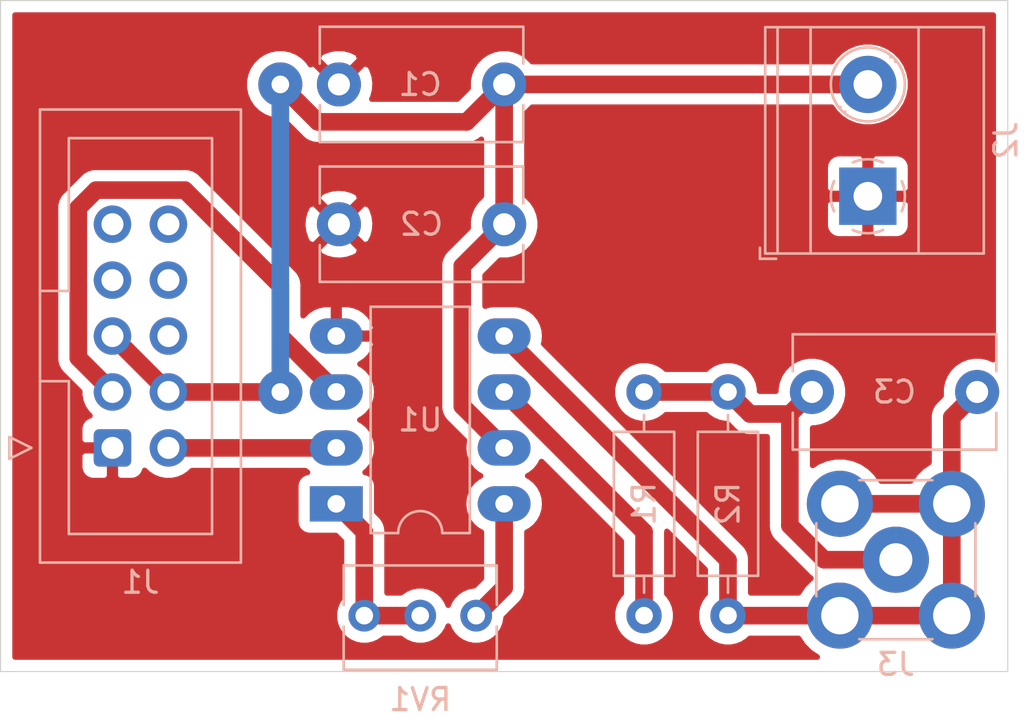
<source format=kicad_pcb>
(kicad_pcb (version 20171130) (host pcbnew "(5.1.9)-1")

  (general
    (thickness 1.6)
    (drawings 4)
    (tracks 44)
    (zones 0)
    (modules 10)
    (nets 15)
  )

  (page A4)
  (layers
    (0 F.Cu signal hide)
    (31 B.Cu signal)
    (32 B.Adhes user)
    (33 F.Adhes user)
    (34 B.Paste user)
    (35 F.Paste user)
    (36 B.SilkS user)
    (37 F.SilkS user)
    (38 B.Mask user)
    (39 F.Mask user)
    (40 Dwgs.User user)
    (41 Cmts.User user)
    (42 Eco1.User user)
    (43 Eco2.User user)
    (44 Edge.Cuts user)
    (45 Margin user)
    (46 B.CrtYd user)
    (47 F.CrtYd user)
    (48 B.Fab user hide)
    (49 F.Fab user hide)
  )

  (setup
    (last_trace_width 0.8)
    (user_trace_width 0.8)
    (trace_clearance 0.3)
    (zone_clearance 0.508)
    (zone_45_only yes)
    (trace_min 0.2)
    (via_size 0.8)
    (via_drill 0.4)
    (via_min_size 0.4)
    (via_min_drill 0.3)
    (user_via 2 0.8)
    (uvia_size 0.3)
    (uvia_drill 0.1)
    (uvias_allowed no)
    (uvia_min_size 0.2)
    (uvia_min_drill 0.1)
    (edge_width 0.05)
    (segment_width 0.2)
    (pcb_text_width 0.3)
    (pcb_text_size 1.5 1.5)
    (mod_edge_width 0.12)
    (mod_text_size 1 1)
    (mod_text_width 0.15)
    (pad_size 3 3)
    (pad_drill 1.7)
    (pad_to_mask_clearance 0)
    (aux_axis_origin 0 0)
    (visible_elements 7FFFFFFF)
    (pcbplotparams
      (layerselection 0x01000_7fffffff)
      (usegerberextensions false)
      (usegerberattributes true)
      (usegerberadvancedattributes true)
      (creategerberjobfile true)
      (excludeedgelayer true)
      (linewidth 0.100000)
      (plotframeref false)
      (viasonmask false)
      (mode 1)
      (useauxorigin false)
      (hpglpennumber 1)
      (hpglpenspeed 20)
      (hpglpendiameter 15.000000)
      (psnegative false)
      (psa4output false)
      (plotreference true)
      (plotvalue true)
      (plotinvisibletext false)
      (padsonsilk false)
      (subtractmaskfromsilk false)
      (outputformat 1)
      (mirror false)
      (drillshape 0)
      (scaleselection 1)
      (outputdirectory "Gerber/"))
  )

  (net 0 "")
  (net 1 GND)
  (net 2 +5V)
  (net 3 GNDA)
  (net 4 "Net-(R1-Pad2)")
  (net 5 "Net-(C3-Pad1)")
  (net 6 "Net-(J1-Pad10)")
  (net 7 "Net-(J1-Pad8)")
  (net 8 "Net-(J1-Pad6)")
  (net 9 -OUT)
  (net 10 "Net-(J1-Pad9)")
  (net 11 "Net-(J1-Pad7)")
  (net 12 +OUT)
  (net 13 "Net-(RV1-Pad3)")
  (net 14 "Net-(RV1-Pad1)")

  (net_class Default "This is the default net class."
    (clearance 0.3)
    (trace_width 0.8)
    (via_dia 0.8)
    (via_drill 0.4)
    (uvia_dia 0.3)
    (uvia_drill 0.1)
    (add_net +5V)
    (add_net +OUT)
    (add_net -OUT)
    (add_net GND)
    (add_net GNDA)
    (add_net "Net-(C3-Pad1)")
    (add_net "Net-(J1-Pad10)")
    (add_net "Net-(J1-Pad6)")
    (add_net "Net-(J1-Pad7)")
    (add_net "Net-(J1-Pad8)")
    (add_net "Net-(J1-Pad9)")
    (add_net "Net-(R1-Pad2)")
    (add_net "Net-(RV1-Pad1)")
    (add_net "Net-(RV1-Pad3)")
  )

  (net_class hh ""
    (clearance 0.3)
    (trace_width 0.8)
    (via_dia 2)
    (via_drill 0.8)
    (uvia_dia 0.3)
    (uvia_drill 0.1)
    (diff_pair_width 0.4)
    (diff_pair_gap 0.3)
  )

  (module TerminalBlock_Phoenix:TerminalBlock_Phoenix_MKDS-1,5-2-5.08_1x02_P5.08mm_Horizontal (layer B.Cu) (tedit 5B294EBC) (tstamp 6190F65D)
    (at 125.73 115.57 90)
    (descr "Terminal Block Phoenix MKDS-1,5-2-5.08, 2 pins, pitch 5.08mm, size 10.2x9.8mm^2, drill diamater 1.3mm, pad diameter 2.6mm, see http://www.farnell.com/datasheets/100425.pdf, script-generated using https://github.com/pointhi/kicad-footprint-generator/scripts/TerminalBlock_Phoenix")
    (tags "THT Terminal Block Phoenix MKDS-1,5-2-5.08 pitch 5.08mm size 10.2x9.8mm^2 drill 1.3mm pad 2.6mm")
    (path /6191C981)
    (fp_text reference J2 (at 2.54 6.26 90) (layer B.SilkS)
      (effects (font (size 1 1) (thickness 0.15)) (justify mirror))
    )
    (fp_text value Screw_Terminal_01x02 (at 2.54 -5.66 90) (layer B.Fab)
      (effects (font (size 1 1) (thickness 0.15)) (justify mirror))
    )
    (fp_text user %R (at 2.54 -3.2 90) (layer B.Fab)
      (effects (font (size 1 1) (thickness 0.15)) (justify mirror))
    )
    (fp_arc (start 0 0) (end -0.684 -1.535) (angle 25) (layer B.SilkS) (width 0.12))
    (fp_arc (start 0 0) (end -1.535 0.684) (angle 48) (layer B.SilkS) (width 0.12))
    (fp_arc (start 0 0) (end 0.684 1.535) (angle 48) (layer B.SilkS) (width 0.12))
    (fp_arc (start 0 0) (end 1.535 -0.684) (angle 48) (layer B.SilkS) (width 0.12))
    (fp_arc (start 0 0) (end 0 -1.68) (angle 24) (layer B.SilkS) (width 0.12))
    (fp_circle (center 0 0) (end 1.5 0) (layer B.Fab) (width 0.1))
    (fp_circle (center 5.08 0) (end 6.58 0) (layer B.Fab) (width 0.1))
    (fp_circle (center 5.08 0) (end 6.76 0) (layer B.SilkS) (width 0.12))
    (fp_line (start -2.54 5.2) (end 7.62 5.2) (layer B.Fab) (width 0.1))
    (fp_line (start 7.62 5.2) (end 7.62 -4.6) (layer B.Fab) (width 0.1))
    (fp_line (start 7.62 -4.6) (end -2.04 -4.6) (layer B.Fab) (width 0.1))
    (fp_line (start -2.04 -4.6) (end -2.54 -4.1) (layer B.Fab) (width 0.1))
    (fp_line (start -2.54 -4.1) (end -2.54 5.2) (layer B.Fab) (width 0.1))
    (fp_line (start -2.54 -4.1) (end 7.62 -4.1) (layer B.Fab) (width 0.1))
    (fp_line (start -2.6 -4.1) (end 7.68 -4.1) (layer B.SilkS) (width 0.12))
    (fp_line (start -2.54 -2.6) (end 7.62 -2.6) (layer B.Fab) (width 0.1))
    (fp_line (start -2.6 -2.6) (end 7.68 -2.6) (layer B.SilkS) (width 0.12))
    (fp_line (start -2.54 2.3) (end 7.62 2.3) (layer B.Fab) (width 0.1))
    (fp_line (start -2.6 2.301) (end 7.68 2.301) (layer B.SilkS) (width 0.12))
    (fp_line (start -2.6 5.261) (end 7.68 5.261) (layer B.SilkS) (width 0.12))
    (fp_line (start -2.6 -4.66) (end 7.68 -4.66) (layer B.SilkS) (width 0.12))
    (fp_line (start -2.6 5.261) (end -2.6 -4.66) (layer B.SilkS) (width 0.12))
    (fp_line (start 7.68 5.261) (end 7.68 -4.66) (layer B.SilkS) (width 0.12))
    (fp_line (start 1.138 0.955) (end -0.955 -1.138) (layer B.Fab) (width 0.1))
    (fp_line (start 0.955 1.138) (end -1.138 -0.955) (layer B.Fab) (width 0.1))
    (fp_line (start 6.218 0.955) (end 4.126 -1.138) (layer B.Fab) (width 0.1))
    (fp_line (start 6.035 1.138) (end 3.943 -0.955) (layer B.Fab) (width 0.1))
    (fp_line (start 6.355 1.069) (end 6.308 1.023) (layer B.SilkS) (width 0.12))
    (fp_line (start 4.046 -1.239) (end 4.011 -1.274) (layer B.SilkS) (width 0.12))
    (fp_line (start 6.15 1.275) (end 6.115 1.239) (layer B.SilkS) (width 0.12))
    (fp_line (start 3.853 -1.023) (end 3.806 -1.069) (layer B.SilkS) (width 0.12))
    (fp_line (start -2.84 -4.16) (end -2.84 -4.9) (layer B.SilkS) (width 0.12))
    (fp_line (start -2.84 -4.9) (end -2.34 -4.9) (layer B.SilkS) (width 0.12))
    (fp_line (start -3.04 5.71) (end -3.04 -5.1) (layer B.CrtYd) (width 0.05))
    (fp_line (start -3.04 -5.1) (end 8.13 -5.1) (layer B.CrtYd) (width 0.05))
    (fp_line (start 8.13 -5.1) (end 8.13 5.71) (layer B.CrtYd) (width 0.05))
    (fp_line (start 8.13 5.71) (end -3.04 5.71) (layer B.CrtYd) (width 0.05))
    (pad 2 thru_hole circle (at 5.08 0 90) (size 2.6 2.6) (drill 1.3) (layers *.Cu *.Mask)
      (net 2 +5V))
    (pad 1 thru_hole rect (at 0 0 90) (size 2.6 2.6) (drill 1.3) (layers *.Cu *.Mask)
      (net 1 GND))
    (model ${KISYS3DMOD}/TerminalBlock_Phoenix.3dshapes/TerminalBlock_Phoenix_MKDS-1,5-2-5.08_1x02_P5.08mm_Horizontal.wrl
      (at (xyz 0 0 0))
      (scale (xyz 1 1 1))
      (rotate (xyz 0 0 0))
    )
  )

  (module Connector_IDC:IDC-Header_2x05_P2.54mm_Vertical (layer B.Cu) (tedit 5EAC9A07) (tstamp 6190E203)
    (at 91.44 127)
    (descr "Through hole IDC box header, 2x05, 2.54mm pitch, DIN 41651 / IEC 60603-13, double rows, https://docs.google.com/spreadsheets/d/16SsEcesNF15N3Lb4niX7dcUr-NY5_MFPQhobNuNppn4/edit#gid=0")
    (tags "Through hole vertical IDC box header THT 2x05 2.54mm double row")
    (path /6190E96F)
    (fp_text reference J1 (at 1.27 6.1) (layer B.SilkS)
      (effects (font (size 1 1) (thickness 0.15)) (justify mirror))
    )
    (fp_text value Conn_02x05_Odd_Even (at 1.27 -16.26) (layer B.Fab)
      (effects (font (size 1 1) (thickness 0.15)) (justify mirror))
    )
    (fp_text user %R (at 1.27 -5.08 270) (layer B.Fab)
      (effects (font (size 1 1) (thickness 0.15)) (justify mirror))
    )
    (fp_line (start -3.18 4.1) (end -2.18 5.1) (layer B.Fab) (width 0.1))
    (fp_line (start -2.18 5.1) (end 5.72 5.1) (layer B.Fab) (width 0.1))
    (fp_line (start 5.72 5.1) (end 5.72 -15.26) (layer B.Fab) (width 0.1))
    (fp_line (start 5.72 -15.26) (end -3.18 -15.26) (layer B.Fab) (width 0.1))
    (fp_line (start -3.18 -15.26) (end -3.18 4.1) (layer B.Fab) (width 0.1))
    (fp_line (start -3.18 -3.03) (end -1.98 -3.03) (layer B.Fab) (width 0.1))
    (fp_line (start -1.98 -3.03) (end -1.98 3.91) (layer B.Fab) (width 0.1))
    (fp_line (start -1.98 3.91) (end 4.52 3.91) (layer B.Fab) (width 0.1))
    (fp_line (start 4.52 3.91) (end 4.52 -14.07) (layer B.Fab) (width 0.1))
    (fp_line (start 4.52 -14.07) (end -1.98 -14.07) (layer B.Fab) (width 0.1))
    (fp_line (start -1.98 -14.07) (end -1.98 -7.13) (layer B.Fab) (width 0.1))
    (fp_line (start -1.98 -7.13) (end -1.98 -7.13) (layer B.Fab) (width 0.1))
    (fp_line (start -1.98 -7.13) (end -3.18 -7.13) (layer B.Fab) (width 0.1))
    (fp_line (start -3.29 5.21) (end 5.83 5.21) (layer B.SilkS) (width 0.12))
    (fp_line (start 5.83 5.21) (end 5.83 -15.37) (layer B.SilkS) (width 0.12))
    (fp_line (start 5.83 -15.37) (end -3.29 -15.37) (layer B.SilkS) (width 0.12))
    (fp_line (start -3.29 -15.37) (end -3.29 5.21) (layer B.SilkS) (width 0.12))
    (fp_line (start -3.29 -3.03) (end -1.98 -3.03) (layer B.SilkS) (width 0.12))
    (fp_line (start -1.98 -3.03) (end -1.98 3.91) (layer B.SilkS) (width 0.12))
    (fp_line (start -1.98 3.91) (end 4.52 3.91) (layer B.SilkS) (width 0.12))
    (fp_line (start 4.52 3.91) (end 4.52 -14.07) (layer B.SilkS) (width 0.12))
    (fp_line (start 4.52 -14.07) (end -1.98 -14.07) (layer B.SilkS) (width 0.12))
    (fp_line (start -1.98 -14.07) (end -1.98 -7.13) (layer B.SilkS) (width 0.12))
    (fp_line (start -1.98 -7.13) (end -1.98 -7.13) (layer B.SilkS) (width 0.12))
    (fp_line (start -1.98 -7.13) (end -3.29 -7.13) (layer B.SilkS) (width 0.12))
    (fp_line (start -3.68 0) (end -4.68 0.5) (layer B.SilkS) (width 0.12))
    (fp_line (start -4.68 0.5) (end -4.68 -0.5) (layer B.SilkS) (width 0.12))
    (fp_line (start -4.68 -0.5) (end -3.68 0) (layer B.SilkS) (width 0.12))
    (fp_line (start -3.68 5.6) (end -3.68 -15.76) (layer B.CrtYd) (width 0.05))
    (fp_line (start -3.68 -15.76) (end 6.22 -15.76) (layer B.CrtYd) (width 0.05))
    (fp_line (start 6.22 -15.76) (end 6.22 5.6) (layer B.CrtYd) (width 0.05))
    (fp_line (start 6.22 5.6) (end -3.68 5.6) (layer B.CrtYd) (width 0.05))
    (pad 10 thru_hole circle (at 2.54 -10.16) (size 1.7 1.7) (drill 1) (layers *.Cu *.Mask)
      (net 6 "Net-(J1-Pad10)"))
    (pad 8 thru_hole circle (at 2.54 -7.62) (size 1.7 1.7) (drill 1) (layers *.Cu *.Mask)
      (net 7 "Net-(J1-Pad8)"))
    (pad 6 thru_hole circle (at 2.54 -5.08) (size 1.7 1.7) (drill 1) (layers *.Cu *.Mask)
      (net 8 "Net-(J1-Pad6)"))
    (pad 4 thru_hole circle (at 2.54 -2.54) (size 1.7 1.7) (drill 1) (layers *.Cu *.Mask)
      (net 2 +5V))
    (pad 2 thru_hole circle (at 2.54 0) (size 1.7 1.7) (drill 1) (layers *.Cu *.Mask)
      (net 9 -OUT))
    (pad 9 thru_hole circle (at 0 -10.16) (size 1.7 1.7) (drill 1) (layers *.Cu *.Mask)
      (net 10 "Net-(J1-Pad9)"))
    (pad 7 thru_hole circle (at 0 -7.62) (size 1.7 1.7) (drill 1) (layers *.Cu *.Mask)
      (net 11 "Net-(J1-Pad7)"))
    (pad 5 thru_hole circle (at 0 -5.08) (size 1.7 1.7) (drill 1) (layers *.Cu *.Mask)
      (net 2 +5V))
    (pad 3 thru_hole circle (at 0 -2.54) (size 1.7 1.7) (drill 1) (layers *.Cu *.Mask)
      (net 12 +OUT))
    (pad 1 thru_hole roundrect (at 0 0) (size 1.7 1.7) (drill 1) (layers *.Cu *.Mask) (roundrect_rratio 0.1470588235294118)
      (net 1 GND))
    (model ${KISYS3DMOD}/Connector_IDC.3dshapes/IDC-Header_2x05_P2.54mm_Vertical.wrl
      (at (xyz 0 0 0))
      (scale (xyz 1 1 1))
      (rotate (xyz 0 0 0))
    )
  )

  (module Package_DIP:DIP-8_W7.62mm_LongPads (layer B.Cu) (tedit 5A02E8C5) (tstamp 61715873)
    (at 101.6 129.54)
    (descr "8-lead though-hole mounted DIP package, row spacing 7.62 mm (300 mils), LongPads")
    (tags "THT DIP DIL PDIP 2.54mm 7.62mm 300mil LongPads")
    (path /616E9CCD)
    (fp_text reference U1 (at 3.81 -3.81) (layer B.SilkS)
      (effects (font (size 1 1) (thickness 0.15)) (justify mirror))
    )
    (fp_text value AD623 (at 3.81 -9.95) (layer B.Fab)
      (effects (font (size 1 1) (thickness 0.15)) (justify mirror))
    )
    (fp_line (start 9.1 1.55) (end -1.45 1.55) (layer B.CrtYd) (width 0.05))
    (fp_line (start 9.1 -9.15) (end 9.1 1.55) (layer B.CrtYd) (width 0.05))
    (fp_line (start -1.45 -9.15) (end 9.1 -9.15) (layer B.CrtYd) (width 0.05))
    (fp_line (start -1.45 1.55) (end -1.45 -9.15) (layer B.CrtYd) (width 0.05))
    (fp_line (start 6.06 1.33) (end 4.81 1.33) (layer B.SilkS) (width 0.12))
    (fp_line (start 6.06 -8.95) (end 6.06 1.33) (layer B.SilkS) (width 0.12))
    (fp_line (start 1.56 -8.95) (end 6.06 -8.95) (layer B.SilkS) (width 0.12))
    (fp_line (start 1.56 1.33) (end 1.56 -8.95) (layer B.SilkS) (width 0.12))
    (fp_line (start 2.81 1.33) (end 1.56 1.33) (layer B.SilkS) (width 0.12))
    (fp_line (start 0.635 0.27) (end 1.635 1.27) (layer B.Fab) (width 0.1))
    (fp_line (start 0.635 -8.89) (end 0.635 0.27) (layer B.Fab) (width 0.1))
    (fp_line (start 6.985 -8.89) (end 0.635 -8.89) (layer B.Fab) (width 0.1))
    (fp_line (start 6.985 1.27) (end 6.985 -8.89) (layer B.Fab) (width 0.1))
    (fp_line (start 1.635 1.27) (end 6.985 1.27) (layer B.Fab) (width 0.1))
    (fp_text user %R (at 3.81 -3.81) (layer B.Fab)
      (effects (font (size 1 1) (thickness 0.15)) (justify mirror))
    )
    (fp_arc (start 3.81 1.33) (end 2.81 1.33) (angle 180) (layer B.SilkS) (width 0.12))
    (pad 8 thru_hole oval (at 7.62 0) (size 2.4 1.6) (drill 0.8) (layers *.Cu *.Mask)
      (net 13 "Net-(RV1-Pad3)"))
    (pad 4 thru_hole oval (at 0 -7.62) (size 2.4 1.6) (drill 0.8) (layers *.Cu *.Mask)
      (net 1 GND))
    (pad 7 thru_hole oval (at 7.62 -2.54) (size 2.4 1.6) (drill 0.8) (layers *.Cu *.Mask)
      (net 2 +5V))
    (pad 3 thru_hole oval (at 0 -5.08) (size 2.4 1.6) (drill 0.8) (layers *.Cu *.Mask)
      (net 12 +OUT))
    (pad 6 thru_hole oval (at 7.62 -5.08) (size 2.4 1.6) (drill 0.8) (layers *.Cu *.Mask)
      (net 4 "Net-(R1-Pad2)"))
    (pad 2 thru_hole oval (at 0 -2.54) (size 2.4 1.6) (drill 0.8) (layers *.Cu *.Mask)
      (net 9 -OUT))
    (pad 5 thru_hole oval (at 7.62 -7.62) (size 2.4 1.6) (drill 0.8) (layers *.Cu *.Mask)
      (net 3 GNDA))
    (pad 1 thru_hole rect (at 0 0) (size 2.4 1.6) (drill 0.8) (layers *.Cu *.Mask)
      (net 14 "Net-(RV1-Pad1)"))
    (model ${KISYS3DMOD}/Package_DIP.3dshapes/DIP-8_W7.62mm.wrl
      (at (xyz 0 0 0))
      (scale (xyz 1 1 1))
      (rotate (xyz 0 0 0))
    )
  )

  (module Potentiometer_THT:Potentiometer_Bourns_3266Y_Vertical (layer B.Cu) (tedit 5A3D4994) (tstamp 6171583F)
    (at 102.87 134.62 180)
    (descr "Potentiometer, vertical, Bourns 3266Y, https://www.bourns.com/docs/Product-Datasheets/3266.pdf")
    (tags "Potentiometer vertical Bourns 3266Y")
    (path /616EA54D)
    (fp_text reference RV1 (at -2.54 -3.81) (layer B.SilkS)
      (effects (font (size 1 1) (thickness 0.15)) (justify mirror))
    )
    (fp_text value "1 kOhm" (at -2.54 -3.59) (layer B.Fab)
      (effects (font (size 1 1) (thickness 0.15)) (justify mirror))
    )
    (fp_line (start 1.1 2.45) (end -6.15 2.45) (layer B.CrtYd) (width 0.05))
    (fp_line (start 1.1 -2.6) (end 1.1 2.45) (layer B.CrtYd) (width 0.05))
    (fp_line (start -6.15 -2.6) (end 1.1 -2.6) (layer B.CrtYd) (width 0.05))
    (fp_line (start -6.15 2.45) (end -6.15 -2.6) (layer B.CrtYd) (width 0.05))
    (fp_line (start 0.935 -0.496) (end 0.935 -2.46) (layer B.SilkS) (width 0.12))
    (fp_line (start 0.935 2.28) (end 0.935 0.494) (layer B.SilkS) (width 0.12))
    (fp_line (start -6.015 -0.496) (end -6.015 -2.46) (layer B.SilkS) (width 0.12))
    (fp_line (start -6.015 2.28) (end -6.015 0.494) (layer B.SilkS) (width 0.12))
    (fp_line (start -6.015 -2.46) (end 0.935 -2.46) (layer B.SilkS) (width 0.12))
    (fp_line (start -6.015 2.28) (end 0.935 2.28) (layer B.SilkS) (width 0.12))
    (fp_line (start -0.405 -1.952) (end -0.404 -0.189) (layer B.Fab) (width 0.1))
    (fp_line (start -0.405 -1.952) (end -0.404 -0.189) (layer B.Fab) (width 0.1))
    (fp_line (start 0.815 2.16) (end -5.895 2.16) (layer B.Fab) (width 0.1))
    (fp_line (start 0.815 -2.34) (end 0.815 2.16) (layer B.Fab) (width 0.1))
    (fp_line (start -5.895 -2.34) (end 0.815 -2.34) (layer B.Fab) (width 0.1))
    (fp_line (start -5.895 2.16) (end -5.895 -2.34) (layer B.Fab) (width 0.1))
    (fp_circle (center -0.405 -1.07) (end 0.485 -1.07) (layer B.Fab) (width 0.1))
    (fp_text user %R (at -3.15 -0.09) (layer B.Fab)
      (effects (font (size 0.92 0.92) (thickness 0.15)) (justify mirror))
    )
    (pad 3 thru_hole circle (at -5.08 0 180) (size 1.44 1.44) (drill 0.8) (layers *.Cu *.Mask)
      (net 13 "Net-(RV1-Pad3)"))
    (pad 2 thru_hole circle (at -2.54 0 180) (size 1.44 1.44) (drill 0.8) (layers *.Cu *.Mask)
      (net 14 "Net-(RV1-Pad1)"))
    (pad 1 thru_hole circle (at 0 0 180) (size 1.44 1.44) (drill 0.8) (layers *.Cu *.Mask)
      (net 14 "Net-(RV1-Pad1)"))
    (model ${KISYS3DMOD}/Potentiometer_THT.3dshapes/Potentiometer_Bourns_3266Y_Vertical.wrl
      (at (xyz 0 0 0))
      (scale (xyz 1 1 1))
      (rotate (xyz 0 0 0))
    )
  )

  (module Resistor_THT:R_Axial_DIN0207_L6.3mm_D2.5mm_P10.16mm_Horizontal (layer B.Cu) (tedit 5AE5139B) (tstamp 617157F6)
    (at 119.38 124.46 270)
    (descr "Resistor, Axial_DIN0207 series, Axial, Horizontal, pin pitch=10.16mm, 0.25W = 1/4W, length*diameter=6.3*2.5mm^2, http://cdn-reichelt.de/documents/datenblatt/B400/1_4W%23YAG.pdf")
    (tags "Resistor Axial_DIN0207 series Axial Horizontal pin pitch 10.16mm 0.25W = 1/4W length 6.3mm diameter 2.5mm")
    (path /6171F331)
    (fp_text reference R2 (at 5.08 0 90) (layer B.SilkS)
      (effects (font (size 1 1) (thickness 0.15)) (justify mirror))
    )
    (fp_text value "1 MOhm" (at 5.08 -2.37 90) (layer B.Fab)
      (effects (font (size 1 1) (thickness 0.15)) (justify mirror))
    )
    (fp_line (start 11.21 1.5) (end -1.05 1.5) (layer B.CrtYd) (width 0.05))
    (fp_line (start 11.21 -1.5) (end 11.21 1.5) (layer B.CrtYd) (width 0.05))
    (fp_line (start -1.05 -1.5) (end 11.21 -1.5) (layer B.CrtYd) (width 0.05))
    (fp_line (start -1.05 1.5) (end -1.05 -1.5) (layer B.CrtYd) (width 0.05))
    (fp_line (start 9.12 0) (end 8.35 0) (layer B.SilkS) (width 0.12))
    (fp_line (start 1.04 0) (end 1.81 0) (layer B.SilkS) (width 0.12))
    (fp_line (start 8.35 1.37) (end 1.81 1.37) (layer B.SilkS) (width 0.12))
    (fp_line (start 8.35 -1.37) (end 8.35 1.37) (layer B.SilkS) (width 0.12))
    (fp_line (start 1.81 -1.37) (end 8.35 -1.37) (layer B.SilkS) (width 0.12))
    (fp_line (start 1.81 1.37) (end 1.81 -1.37) (layer B.SilkS) (width 0.12))
    (fp_line (start 10.16 0) (end 8.23 0) (layer B.Fab) (width 0.1))
    (fp_line (start 0 0) (end 1.93 0) (layer B.Fab) (width 0.1))
    (fp_line (start 8.23 1.25) (end 1.93 1.25) (layer B.Fab) (width 0.1))
    (fp_line (start 8.23 -1.25) (end 8.23 1.25) (layer B.Fab) (width 0.1))
    (fp_line (start 1.93 -1.25) (end 8.23 -1.25) (layer B.Fab) (width 0.1))
    (fp_line (start 1.93 1.25) (end 1.93 -1.25) (layer B.Fab) (width 0.1))
    (fp_text user %R (at 5.08 0 90) (layer B.Fab)
      (effects (font (size 1 1) (thickness 0.15)) (justify mirror))
    )
    (pad 2 thru_hole oval (at 10.16 0 270) (size 1.6 1.6) (drill 0.8) (layers *.Cu *.Mask)
      (net 3 GNDA))
    (pad 1 thru_hole circle (at 0 0 270) (size 1.6 1.6) (drill 0.8) (layers *.Cu *.Mask)
      (net 5 "Net-(C3-Pad1)"))
    (model ${KISYS3DMOD}/Resistor_THT.3dshapes/R_Axial_DIN0207_L6.3mm_D2.5mm_P10.16mm_Horizontal.wrl
      (at (xyz 0 0 0))
      (scale (xyz 1 1 1))
      (rotate (xyz 0 0 0))
    )
  )

  (module Resistor_THT:R_Axial_DIN0207_L6.3mm_D2.5mm_P10.16mm_Horizontal (layer B.Cu) (tedit 5AE5139B) (tstamp 617157DF)
    (at 115.57 124.46 270)
    (descr "Resistor, Axial_DIN0207 series, Axial, Horizontal, pin pitch=10.16mm, 0.25W = 1/4W, length*diameter=6.3*2.5mm^2, http://cdn-reichelt.de/documents/datenblatt/B400/1_4W%23YAG.pdf")
    (tags "Resistor Axial_DIN0207 series Axial Horizontal pin pitch 10.16mm 0.25W = 1/4W length 6.3mm diameter 2.5mm")
    (path /6171D354)
    (fp_text reference R1 (at 5.08 0 90) (layer B.SilkS)
      (effects (font (size 1 1) (thickness 0.15)) (justify mirror))
    )
    (fp_text value 1kOhm (at 5.08 -2.37 90) (layer B.Fab)
      (effects (font (size 1 1) (thickness 0.15)) (justify mirror))
    )
    (fp_line (start 11.21 1.5) (end -1.05 1.5) (layer B.CrtYd) (width 0.05))
    (fp_line (start 11.21 -1.5) (end 11.21 1.5) (layer B.CrtYd) (width 0.05))
    (fp_line (start -1.05 -1.5) (end 11.21 -1.5) (layer B.CrtYd) (width 0.05))
    (fp_line (start -1.05 1.5) (end -1.05 -1.5) (layer B.CrtYd) (width 0.05))
    (fp_line (start 9.12 0) (end 8.35 0) (layer B.SilkS) (width 0.12))
    (fp_line (start 1.04 0) (end 1.81 0) (layer B.SilkS) (width 0.12))
    (fp_line (start 8.35 1.37) (end 1.81 1.37) (layer B.SilkS) (width 0.12))
    (fp_line (start 8.35 -1.37) (end 8.35 1.37) (layer B.SilkS) (width 0.12))
    (fp_line (start 1.81 -1.37) (end 8.35 -1.37) (layer B.SilkS) (width 0.12))
    (fp_line (start 1.81 1.37) (end 1.81 -1.37) (layer B.SilkS) (width 0.12))
    (fp_line (start 10.16 0) (end 8.23 0) (layer B.Fab) (width 0.1))
    (fp_line (start 0 0) (end 1.93 0) (layer B.Fab) (width 0.1))
    (fp_line (start 8.23 1.25) (end 1.93 1.25) (layer B.Fab) (width 0.1))
    (fp_line (start 8.23 -1.25) (end 8.23 1.25) (layer B.Fab) (width 0.1))
    (fp_line (start 1.93 -1.25) (end 8.23 -1.25) (layer B.Fab) (width 0.1))
    (fp_line (start 1.93 1.25) (end 1.93 -1.25) (layer B.Fab) (width 0.1))
    (fp_text user %R (at 5.08 0 90) (layer B.Fab)
      (effects (font (size 1 1) (thickness 0.15)) (justify mirror))
    )
    (pad 2 thru_hole oval (at 10.16 0 270) (size 1.6 1.6) (drill 0.8) (layers *.Cu *.Mask)
      (net 4 "Net-(R1-Pad2)"))
    (pad 1 thru_hole circle (at 0 0 270) (size 1.6 1.6) (drill 0.8) (layers *.Cu *.Mask)
      (net 5 "Net-(C3-Pad1)"))
    (model ${KISYS3DMOD}/Resistor_THT.3dshapes/R_Axial_DIN0207_L6.3mm_D2.5mm_P10.16mm_Horizontal.wrl
      (at (xyz 0 0 0))
      (scale (xyz 1 1 1))
      (rotate (xyz 0 0 0))
    )
  )

  (module Connector_Coaxial:SMA_Amphenol_132291-12_Vertical (layer B.Cu) (tedit 6190E018) (tstamp 61715755)
    (at 127 132.08)
    (descr https://www.amphenolrf.com/downloads/dl/file/id/1688/product/3020/132291_12_customer_drawing.pdf)
    (tags "SMA THT Female Jack Vertical Bulkhead")
    (path /6171566E)
    (fp_text reference J3 (at 0 4.75) (layer B.SilkS)
      (effects (font (size 1 1) (thickness 0.15)) (justify mirror))
    )
    (fp_text value Conn_Coaxial (at 0 -5) (layer B.Fab)
      (effects (font (size 1 1) (thickness 0.15)) (justify mirror))
    )
    (fp_line (start 1.66 -3.61) (end -1.66 -3.61) (layer B.SilkS) (width 0.12))
    (fp_line (start 1.66 3.61) (end -1.66 3.61) (layer B.SilkS) (width 0.12))
    (fp_line (start -3.61 1.66) (end -3.61 -1.66) (layer B.SilkS) (width 0.12))
    (fp_line (start 3.61 1.66) (end 3.61 -1.66) (layer B.SilkS) (width 0.12))
    (fp_line (start 3.5 3.5) (end 3.5 -3.5) (layer B.Fab) (width 0.1))
    (fp_line (start -3.5 -3.5) (end 3.5 -3.5) (layer B.Fab) (width 0.1))
    (fp_line (start -3.5 3.5) (end -3.5 -3.5) (layer B.Fab) (width 0.1))
    (fp_line (start -3.5 3.5) (end 3.5 3.5) (layer B.Fab) (width 0.1))
    (fp_line (start -4.17 4.17) (end 4.17 4.17) (layer B.CrtYd) (width 0.05))
    (fp_line (start -4.17 4.17) (end -4.17 -4.17) (layer B.CrtYd) (width 0.05))
    (fp_line (start 4.17 -4.17) (end 4.17 4.17) (layer B.CrtYd) (width 0.05))
    (fp_line (start 4.17 -4.17) (end -4.17 -4.17) (layer B.CrtYd) (width 0.05))
    (fp_circle (center 0 0) (end 3.175 0) (layer B.Fab) (width 0.1))
    (fp_text user %R (at 0 0) (layer B.Fab)
      (effects (font (size 1 1) (thickness 0.15)) (justify mirror))
    )
    (pad 2 thru_hole circle (at -2.54 -2.54) (size 3 3) (drill 1.7) (layers *.Cu *.Mask)
      (net 3 GNDA))
    (pad 2 thru_hole circle (at -2.54 2.54) (size 3 3) (drill 1.7) (layers *.Cu *.Mask)
      (net 3 GNDA))
    (pad 2 thru_hole circle (at 2.54 2.54) (size 3 3) (drill 1.7) (layers *.Cu *.Mask)
      (net 3 GNDA))
    (pad 2 thru_hole circle (at 2.54 -2.54) (size 3 3) (drill 1.7) (layers *.Cu *.Mask)
      (net 3 GNDA))
    (pad 1 thru_hole circle (at 0 0) (size 3 3) (drill 1.5) (layers *.Cu *.Mask)
      (net 5 "Net-(C3-Pad1)"))
    (model ${KISYS3DMOD}/Connector_Coaxial.3dshapes/SMA_Amphenol_132291-12_Vertical.wrl
      (at (xyz 0 0 0))
      (scale (xyz 1 1 1))
      (rotate (xyz 0 0 0))
    )
  )

  (module Capacitor_THT:C_Disc_D9.0mm_W5.0mm_P7.50mm (layer B.Cu) (tedit 5AE50EF0) (tstamp 6171570F)
    (at 123.19 124.46)
    (descr "C, Disc series, Radial, pin pitch=7.50mm, , diameter*width=9*5.0mm^2, Capacitor, http://www.vishay.com/docs/28535/vy2series.pdf")
    (tags "C Disc series Radial pin pitch 7.50mm  diameter 9mm width 5.0mm Capacitor")
    (path /6172DB1A)
    (fp_text reference C3 (at 3.75 0) (layer B.SilkS)
      (effects (font (size 1 1) (thickness 0.15)) (justify mirror))
    )
    (fp_text value "0.33 μF" (at 3.75 -3.75) (layer B.Fab)
      (effects (font (size 1 1) (thickness 0.15)) (justify mirror))
    )
    (fp_line (start 8.75 2.75) (end -1.25 2.75) (layer B.CrtYd) (width 0.05))
    (fp_line (start 8.75 -2.75) (end 8.75 2.75) (layer B.CrtYd) (width 0.05))
    (fp_line (start -1.25 -2.75) (end 8.75 -2.75) (layer B.CrtYd) (width 0.05))
    (fp_line (start -1.25 2.75) (end -1.25 -2.75) (layer B.CrtYd) (width 0.05))
    (fp_line (start 8.37 -0.946) (end 8.37 -2.62) (layer B.SilkS) (width 0.12))
    (fp_line (start 8.37 2.62) (end 8.37 0.946) (layer B.SilkS) (width 0.12))
    (fp_line (start -0.87 -0.946) (end -0.87 -2.62) (layer B.SilkS) (width 0.12))
    (fp_line (start -0.87 2.62) (end -0.87 0.946) (layer B.SilkS) (width 0.12))
    (fp_line (start -0.87 -2.62) (end 8.37 -2.62) (layer B.SilkS) (width 0.12))
    (fp_line (start -0.87 2.62) (end 8.37 2.62) (layer B.SilkS) (width 0.12))
    (fp_line (start 8.25 2.5) (end -0.75 2.5) (layer B.Fab) (width 0.1))
    (fp_line (start 8.25 -2.5) (end 8.25 2.5) (layer B.Fab) (width 0.1))
    (fp_line (start -0.75 -2.5) (end 8.25 -2.5) (layer B.Fab) (width 0.1))
    (fp_line (start -0.75 2.5) (end -0.75 -2.5) (layer B.Fab) (width 0.1))
    (fp_text user %R (at 3.75 0) (layer B.Fab)
      (effects (font (size 1 1) (thickness 0.15)) (justify mirror))
    )
    (pad 2 thru_hole circle (at 7.5 0) (size 2 2) (drill 1) (layers *.Cu *.Mask)
      (net 3 GNDA))
    (pad 1 thru_hole circle (at 0 0) (size 2 2) (drill 1) (layers *.Cu *.Mask)
      (net 5 "Net-(C3-Pad1)"))
    (model ${KISYS3DMOD}/Capacitor_THT.3dshapes/C_Disc_D9.0mm_W5.0mm_P7.50mm.wrl
      (at (xyz 0 0 0))
      (scale (xyz 1 1 1))
      (rotate (xyz 0 0 0))
    )
  )

  (module Capacitor_THT:C_Disc_D9.0mm_W5.0mm_P7.50mm (layer B.Cu) (tedit 5AE50EF0) (tstamp 617156FA)
    (at 101.72 116.84)
    (descr "C, Disc series, Radial, pin pitch=7.50mm, , diameter*width=9*5.0mm^2, Capacitor, http://www.vishay.com/docs/28535/vy2series.pdf")
    (tags "C Disc series Radial pin pitch 7.50mm  diameter 9mm width 5.0mm Capacitor")
    (path /61721B85)
    (fp_text reference C2 (at 3.75 0) (layer B.SilkS)
      (effects (font (size 1 1) (thickness 0.15)) (justify mirror))
    )
    (fp_text value "10 μF" (at 3.75 -3.75) (layer B.Fab)
      (effects (font (size 1 1) (thickness 0.15)) (justify mirror))
    )
    (fp_line (start 8.75 2.75) (end -1.25 2.75) (layer B.CrtYd) (width 0.05))
    (fp_line (start 8.75 -2.75) (end 8.75 2.75) (layer B.CrtYd) (width 0.05))
    (fp_line (start -1.25 -2.75) (end 8.75 -2.75) (layer B.CrtYd) (width 0.05))
    (fp_line (start -1.25 2.75) (end -1.25 -2.75) (layer B.CrtYd) (width 0.05))
    (fp_line (start 8.37 -0.946) (end 8.37 -2.62) (layer B.SilkS) (width 0.12))
    (fp_line (start 8.37 2.62) (end 8.37 0.946) (layer B.SilkS) (width 0.12))
    (fp_line (start -0.87 -0.946) (end -0.87 -2.62) (layer B.SilkS) (width 0.12))
    (fp_line (start -0.87 2.62) (end -0.87 0.946) (layer B.SilkS) (width 0.12))
    (fp_line (start -0.87 -2.62) (end 8.37 -2.62) (layer B.SilkS) (width 0.12))
    (fp_line (start -0.87 2.62) (end 8.37 2.62) (layer B.SilkS) (width 0.12))
    (fp_line (start 8.25 2.5) (end -0.75 2.5) (layer B.Fab) (width 0.1))
    (fp_line (start 8.25 -2.5) (end 8.25 2.5) (layer B.Fab) (width 0.1))
    (fp_line (start -0.75 -2.5) (end 8.25 -2.5) (layer B.Fab) (width 0.1))
    (fp_line (start -0.75 2.5) (end -0.75 -2.5) (layer B.Fab) (width 0.1))
    (fp_text user %R (at 3.75 0) (layer B.Fab)
      (effects (font (size 1 1) (thickness 0.15)) (justify mirror))
    )
    (pad 2 thru_hole circle (at 7.5 0) (size 2 2) (drill 1) (layers *.Cu *.Mask)
      (net 2 +5V))
    (pad 1 thru_hole circle (at 0 0) (size 2 2) (drill 1) (layers *.Cu *.Mask)
      (net 1 GND))
    (model ${KISYS3DMOD}/Capacitor_THT.3dshapes/C_Disc_D9.0mm_W5.0mm_P7.50mm.wrl
      (at (xyz 0 0 0))
      (scale (xyz 1 1 1))
      (rotate (xyz 0 0 0))
    )
  )

  (module Capacitor_THT:C_Disc_D9.0mm_W5.0mm_P7.50mm (layer B.Cu) (tedit 5AE50EF0) (tstamp 617156E5)
    (at 109.22 110.49 180)
    (descr "C, Disc series, Radial, pin pitch=7.50mm, , diameter*width=9*5.0mm^2, Capacitor, http://www.vishay.com/docs/28535/vy2series.pdf")
    (tags "C Disc series Radial pin pitch 7.50mm  diameter 9mm width 5.0mm Capacitor")
    (path /61720FD2)
    (fp_text reference C1 (at 3.81 0) (layer B.SilkS)
      (effects (font (size 1 1) (thickness 0.15)) (justify mirror))
    )
    (fp_text value "0.1 μF" (at 3.75 -3.75) (layer B.Fab)
      (effects (font (size 1 1) (thickness 0.15)) (justify mirror))
    )
    (fp_line (start 8.75 2.75) (end -1.25 2.75) (layer B.CrtYd) (width 0.05))
    (fp_line (start 8.75 -2.75) (end 8.75 2.75) (layer B.CrtYd) (width 0.05))
    (fp_line (start -1.25 -2.75) (end 8.75 -2.75) (layer B.CrtYd) (width 0.05))
    (fp_line (start -1.25 2.75) (end -1.25 -2.75) (layer B.CrtYd) (width 0.05))
    (fp_line (start 8.37 -0.946) (end 8.37 -2.62) (layer B.SilkS) (width 0.12))
    (fp_line (start 8.37 2.62) (end 8.37 0.946) (layer B.SilkS) (width 0.12))
    (fp_line (start -0.87 -0.946) (end -0.87 -2.62) (layer B.SilkS) (width 0.12))
    (fp_line (start -0.87 2.62) (end -0.87 0.946) (layer B.SilkS) (width 0.12))
    (fp_line (start -0.87 -2.62) (end 8.37 -2.62) (layer B.SilkS) (width 0.12))
    (fp_line (start -0.87 2.62) (end 8.37 2.62) (layer B.SilkS) (width 0.12))
    (fp_line (start 8.25 2.5) (end -0.75 2.5) (layer B.Fab) (width 0.1))
    (fp_line (start 8.25 -2.5) (end 8.25 2.5) (layer B.Fab) (width 0.1))
    (fp_line (start -0.75 -2.5) (end 8.25 -2.5) (layer B.Fab) (width 0.1))
    (fp_line (start -0.75 2.5) (end -0.75 -2.5) (layer B.Fab) (width 0.1))
    (fp_text user %R (at 3.75 0) (layer B.Fab)
      (effects (font (size 1 1) (thickness 0.15)) (justify mirror))
    )
    (pad 2 thru_hole circle (at 7.5 0 180) (size 2 2) (drill 1) (layers *.Cu *.Mask)
      (net 1 GND))
    (pad 1 thru_hole circle (at 0 0 180) (size 2 2) (drill 1) (layers *.Cu *.Mask)
      (net 2 +5V))
    (model ${KISYS3DMOD}/Capacitor_THT.3dshapes/C_Disc_D9.0mm_W5.0mm_P7.50mm.wrl
      (at (xyz 0 0 0))
      (scale (xyz 1 1 1))
      (rotate (xyz 0 0 0))
    )
  )

  (gr_line (start 132.08 137.16) (end 86.36 137.16) (layer Edge.Cuts) (width 0.05) (tstamp 617173F1))
  (gr_line (start 132.08 106.68) (end 132.08 137.16) (layer Edge.Cuts) (width 0.05))
  (gr_line (start 86.36 106.68) (end 132.08 106.68) (layer Edge.Cuts) (width 0.05))
  (gr_line (start 86.36 137.16) (end 86.36 106.68) (layer Edge.Cuts) (width 0.05))

  (via (at 99.06 124.46) (size 2) (drill 0.8) (layers F.Cu B.Cu) (net 2))
  (via (at 99.06 110.49) (size 2) (drill 0.8) (layers F.Cu B.Cu) (net 2))
  (segment (start 125.73 110.49) (end 109.22 110.49) (width 0.8) (layer F.Cu) (net 2))
  (segment (start 109.22 110.49) (end 109.22 116.84) (width 0.8) (layer F.Cu) (net 2))
  (segment (start 100.760001 112.190001) (end 107.519999 112.190001) (width 0.8) (layer F.Cu) (net 2))
  (segment (start 107.519999 112.190001) (end 109.22 110.49) (width 0.8) (layer F.Cu) (net 2))
  (segment (start 99.06 110.49) (end 100.760001 112.190001) (width 0.8) (layer F.Cu) (net 2))
  (segment (start 93.98 124.46) (end 99.06 124.46) (width 0.8) (layer F.Cu) (net 2))
  (segment (start 107.31999 125.09999) (end 109.22 127) (width 0.8) (layer F.Cu) (net 2))
  (segment (start 107.31999 118.74001) (end 107.31999 125.09999) (width 0.8) (layer F.Cu) (net 2))
  (segment (start 109.22 116.84) (end 107.31999 118.74001) (width 0.8) (layer F.Cu) (net 2))
  (segment (start 99.06 110.49) (end 99.06 124.46) (width 0.8) (layer B.Cu) (net 2))
  (segment (start 93.98 124.46) (end 91.44 121.92) (width 0.8) (layer F.Cu) (net 2))
  (segment (start 124.46 129.54) (end 129.54 129.54) (width 0.8) (layer F.Cu) (net 3))
  (segment (start 129.54 129.54) (end 129.54 134.62) (width 0.8) (layer F.Cu) (net 3))
  (segment (start 129.54 134.62) (end 124.46 134.62) (width 0.8) (layer F.Cu) (net 3))
  (segment (start 124.46 134.62) (end 119.38 134.62) (width 0.8) (layer F.Cu) (net 3))
  (segment (start 109.22 121.938666) (end 109.22 121.92) (width 0.8) (layer F.Cu) (net 3))
  (segment (start 119.38 132.098666) (end 109.22 121.938666) (width 0.8) (layer F.Cu) (net 3))
  (segment (start 119.38 134.62) (end 119.38 132.098666) (width 0.8) (layer F.Cu) (net 3))
  (segment (start 129.54 125.61) (end 130.69 124.46) (width 0.8) (layer F.Cu) (net 3))
  (segment (start 129.54 129.54) (end 129.54 125.61) (width 0.8) (layer F.Cu) (net 3))
  (segment (start 115.57 130.81) (end 109.22 124.46) (width 0.8) (layer F.Cu) (net 4))
  (segment (start 115.57 134.62) (end 115.57 130.81) (width 0.8) (layer F.Cu) (net 4))
  (segment (start 122.190001 125.459999) (end 123.19 124.46) (width 0.8) (layer F.Cu) (net 5))
  (segment (start 122.190001 130.526003) (end 122.190001 125.459999) (width 0.8) (layer F.Cu) (net 5))
  (segment (start 123.743998 132.08) (end 122.190001 130.526003) (width 0.8) (layer F.Cu) (net 5))
  (segment (start 127 132.08) (end 123.743998 132.08) (width 0.8) (layer F.Cu) (net 5))
  (segment (start 120.379999 125.459999) (end 119.38 124.46) (width 0.8) (layer F.Cu) (net 5))
  (segment (start 122.190001 125.459999) (end 120.379999 125.459999) (width 0.8) (layer F.Cu) (net 5))
  (segment (start 119.38 124.46) (end 115.57 124.46) (width 0.8) (layer F.Cu) (net 5))
  (segment (start 93.98 127) (end 101.6 127) (width 0.8) (layer F.Cu) (net 9))
  (segment (start 99.06 121.92) (end 101.6 124.46) (width 0.8) (layer F.Cu) (net 12))
  (segment (start 99.06 119.625998) (end 99.06 121.92) (width 0.8) (layer F.Cu) (net 12))
  (segment (start 94.724001 115.289999) (end 99.06 119.625998) (width 0.8) (layer F.Cu) (net 12))
  (segment (start 90.695999 115.289999) (end 94.724001 115.289999) (width 0.8) (layer F.Cu) (net 12))
  (segment (start 89.889999 116.095999) (end 90.695999 115.289999) (width 0.8) (layer F.Cu) (net 12))
  (segment (start 89.889999 122.909999) (end 89.889999 116.095999) (width 0.8) (layer F.Cu) (net 12))
  (segment (start 91.44 124.46) (end 89.889999 122.909999) (width 0.8) (layer F.Cu) (net 12))
  (segment (start 109.22 133.35) (end 107.95 134.62) (width 0.8) (layer F.Cu) (net 13))
  (segment (start 109.22 129.54) (end 109.22 133.35) (width 0.8) (layer F.Cu) (net 13))
  (segment (start 105.41 134.62) (end 102.87 134.62) (width 0.8) (layer F.Cu) (net 14))
  (segment (start 102.87 130.81) (end 101.6 129.54) (width 0.8) (layer F.Cu) (net 14))
  (segment (start 102.87 134.62) (end 102.87 130.81) (width 0.8) (layer F.Cu) (net 14))

  (zone (net 1) (net_name GND) (layer F.Cu) (tstamp 6191068E) (hatch edge 0.508)
    (connect_pads (clearance 0.508))
    (min_thickness 0.254)
    (fill yes (arc_segments 32) (thermal_gap 0.508) (thermal_bridge_width 0.508))
    (polygon
      (pts
        (xy 132.050448 137.16) (xy 86.330448 137.16) (xy 86.330448 106.68) (xy 132.050448 106.68)
      )
    )
    (filled_polygon
      (pts
        (xy 131.420001 122.992665) (xy 131.166912 122.887832) (xy 130.851033 122.825) (xy 130.528967 122.825) (xy 130.213088 122.887832)
        (xy 129.915537 123.011082) (xy 129.647748 123.190013) (xy 129.420013 123.417748) (xy 129.241082 123.685537) (xy 129.117832 123.983088)
        (xy 129.055 124.298967) (xy 129.055 124.621033) (xy 129.056702 124.629588) (xy 128.844092 124.842198) (xy 128.804605 124.874604)
        (xy 128.772198 124.914092) (xy 128.772197 124.914093) (xy 128.675266 125.032203) (xy 128.57916 125.212007) (xy 128.519977 125.407105)
        (xy 128.499994 125.61) (xy 128.505001 125.660838) (xy 128.505 127.663822) (xy 128.179017 127.881637) (xy 127.881637 128.179017)
        (xy 127.663822 128.505) (xy 126.336178 128.505) (xy 126.118363 128.179017) (xy 125.820983 127.881637) (xy 125.471302 127.647988)
        (xy 125.082756 127.487047) (xy 124.670279 127.405) (xy 124.249721 127.405) (xy 123.837244 127.487047) (xy 123.448698 127.647988)
        (xy 123.225001 127.797457) (xy 123.225001 126.095) (xy 123.351033 126.095) (xy 123.666912 126.032168) (xy 123.964463 125.908918)
        (xy 124.232252 125.729987) (xy 124.459987 125.502252) (xy 124.638918 125.234463) (xy 124.762168 124.936912) (xy 124.825 124.621033)
        (xy 124.825 124.298967) (xy 124.762168 123.983088) (xy 124.638918 123.685537) (xy 124.459987 123.417748) (xy 124.232252 123.190013)
        (xy 123.964463 123.011082) (xy 123.666912 122.887832) (xy 123.351033 122.825) (xy 123.028967 122.825) (xy 122.713088 122.887832)
        (xy 122.415537 123.011082) (xy 122.147748 123.190013) (xy 121.920013 123.417748) (xy 121.741082 123.685537) (xy 121.617832 123.983088)
        (xy 121.555 124.298967) (xy 121.555 124.424999) (xy 120.815 124.424999) (xy 120.815 124.318665) (xy 120.759853 124.041426)
        (xy 120.65168 123.780273) (xy 120.494637 123.545241) (xy 120.294759 123.345363) (xy 120.059727 123.18832) (xy 119.798574 123.080147)
        (xy 119.521335 123.025) (xy 119.238665 123.025) (xy 118.961426 123.080147) (xy 118.700273 123.18832) (xy 118.465241 123.345363)
        (xy 118.385604 123.425) (xy 116.564396 123.425) (xy 116.484759 123.345363) (xy 116.249727 123.18832) (xy 115.988574 123.080147)
        (xy 115.711335 123.025) (xy 115.428665 123.025) (xy 115.151426 123.080147) (xy 114.890273 123.18832) (xy 114.655241 123.345363)
        (xy 114.455363 123.545241) (xy 114.29832 123.780273) (xy 114.190147 124.041426) (xy 114.135 124.318665) (xy 114.135 124.601335)
        (xy 114.190147 124.878574) (xy 114.29832 125.139727) (xy 114.455363 125.374759) (xy 114.655241 125.574637) (xy 114.890273 125.73168)
        (xy 115.151426 125.839853) (xy 115.428665 125.895) (xy 115.711335 125.895) (xy 115.988574 125.839853) (xy 116.249727 125.73168)
        (xy 116.484759 125.574637) (xy 116.564396 125.495) (xy 118.385604 125.495) (xy 118.465241 125.574637) (xy 118.700273 125.73168)
        (xy 118.961426 125.839853) (xy 119.238665 125.895) (xy 119.351289 125.895) (xy 119.612196 126.155907) (xy 119.644603 126.195395)
        (xy 119.684091 126.227802) (xy 119.802201 126.324733) (xy 119.898308 126.376103) (xy 119.982006 126.42084) (xy 120.177104 126.480023)
        (xy 120.329161 126.494999) (xy 120.32917 126.494999) (xy 120.379998 126.500005) (xy 120.430826 126.494999) (xy 121.155002 126.494999)
        (xy 121.155001 130.475175) (xy 121.149995 130.526003) (xy 121.155001 130.576831) (xy 121.155001 130.57684) (xy 121.169977 130.728897)
        (xy 121.22916 130.923995) (xy 121.325267 131.1038) (xy 121.454605 131.261399) (xy 121.494098 131.29381) (xy 122.976195 132.775908)
        (xy 123.008602 132.815396) (xy 123.04809 132.847803) (xy 123.147402 132.929307) (xy 123.099017 132.961637) (xy 122.801637 133.259017)
        (xy 122.583822 133.585) (xy 120.415 133.585) (xy 120.415 132.149501) (xy 120.420007 132.098666) (xy 120.415 132.047828)
        (xy 120.400024 131.895771) (xy 120.340841 131.700673) (xy 120.275166 131.577803) (xy 120.244734 131.520868) (xy 120.147803 131.402758)
        (xy 120.115396 131.36327) (xy 120.075908 131.330863) (xy 111.013782 122.268738) (xy 111.034236 122.201309) (xy 111.061943 121.92)
        (xy 111.034236 121.638691) (xy 110.952182 121.368192) (xy 110.818932 121.118899) (xy 110.639608 120.900392) (xy 110.421101 120.721068)
        (xy 110.171808 120.587818) (xy 109.901309 120.505764) (xy 109.690492 120.485) (xy 108.749508 120.485) (xy 108.538691 120.505764)
        (xy 108.35499 120.561488) (xy 108.35499 119.16872) (xy 109.050412 118.473298) (xy 109.058967 118.475) (xy 109.381033 118.475)
        (xy 109.696912 118.412168) (xy 109.994463 118.288918) (xy 110.262252 118.109987) (xy 110.489987 117.882252) (xy 110.668918 117.614463)
        (xy 110.792168 117.316912) (xy 110.855 117.001033) (xy 110.855 116.87) (xy 123.791928 116.87) (xy 123.804188 116.994482)
        (xy 123.840498 117.11418) (xy 123.899463 117.224494) (xy 123.978815 117.321185) (xy 124.075506 117.400537) (xy 124.18582 117.459502)
        (xy 124.305518 117.495812) (xy 124.43 117.508072) (xy 125.44425 117.505) (xy 125.603 117.34625) (xy 125.603 115.697)
        (xy 125.857 115.697) (xy 125.857 117.34625) (xy 126.01575 117.505) (xy 127.03 117.508072) (xy 127.154482 117.495812)
        (xy 127.27418 117.459502) (xy 127.384494 117.400537) (xy 127.481185 117.321185) (xy 127.560537 117.224494) (xy 127.619502 117.11418)
        (xy 127.655812 116.994482) (xy 127.668072 116.87) (xy 127.665 115.85575) (xy 127.50625 115.697) (xy 125.857 115.697)
        (xy 125.603 115.697) (xy 123.95375 115.697) (xy 123.795 115.85575) (xy 123.791928 116.87) (xy 110.855 116.87)
        (xy 110.855 116.678967) (xy 110.792168 116.363088) (xy 110.668918 116.065537) (xy 110.489987 115.797748) (xy 110.262252 115.570013)
        (xy 110.255 115.565167) (xy 110.255 114.27) (xy 123.791928 114.27) (xy 123.795 115.28425) (xy 123.95375 115.443)
        (xy 125.603 115.443) (xy 125.603 113.79375) (xy 125.857 113.79375) (xy 125.857 115.443) (xy 127.50625 115.443)
        (xy 127.665 115.28425) (xy 127.668072 114.27) (xy 127.655812 114.145518) (xy 127.619502 114.02582) (xy 127.560537 113.915506)
        (xy 127.481185 113.818815) (xy 127.384494 113.739463) (xy 127.27418 113.680498) (xy 127.154482 113.644188) (xy 127.03 113.631928)
        (xy 126.01575 113.635) (xy 125.857 113.79375) (xy 125.603 113.79375) (xy 125.44425 113.635) (xy 124.43 113.631928)
        (xy 124.305518 113.644188) (xy 124.18582 113.680498) (xy 124.075506 113.739463) (xy 123.978815 113.818815) (xy 123.899463 113.915506)
        (xy 123.840498 114.02582) (xy 123.804188 114.145518) (xy 123.791928 114.27) (xy 110.255 114.27) (xy 110.255 111.764833)
        (xy 110.262252 111.759987) (xy 110.489987 111.532252) (xy 110.494833 111.525) (xy 124.09436 111.525) (xy 124.226987 111.723491)
        (xy 124.496509 111.993013) (xy 124.813434 112.204775) (xy 125.165581 112.350639) (xy 125.539419 112.425) (xy 125.920581 112.425)
        (xy 126.294419 112.350639) (xy 126.646566 112.204775) (xy 126.963491 111.993013) (xy 127.233013 111.723491) (xy 127.444775 111.406566)
        (xy 127.590639 111.054419) (xy 127.665 110.680581) (xy 127.665 110.299419) (xy 127.590639 109.925581) (xy 127.444775 109.573434)
        (xy 127.233013 109.256509) (xy 126.963491 108.986987) (xy 126.646566 108.775225) (xy 126.294419 108.629361) (xy 125.920581 108.555)
        (xy 125.539419 108.555) (xy 125.165581 108.629361) (xy 124.813434 108.775225) (xy 124.496509 108.986987) (xy 124.226987 109.256509)
        (xy 124.09436 109.455) (xy 110.494833 109.455) (xy 110.489987 109.447748) (xy 110.262252 109.220013) (xy 109.994463 109.041082)
        (xy 109.696912 108.917832) (xy 109.381033 108.855) (xy 109.058967 108.855) (xy 108.743088 108.917832) (xy 108.445537 109.041082)
        (xy 108.177748 109.220013) (xy 107.950013 109.447748) (xy 107.771082 109.715537) (xy 107.647832 110.013088) (xy 107.585 110.328967)
        (xy 107.585 110.651033) (xy 107.586702 110.659588) (xy 107.091289 111.155001) (xy 103.214697 111.155001) (xy 103.260704 111.060429)
        (xy 103.342384 110.748892) (xy 103.361718 110.427405) (xy 103.317961 110.108325) (xy 103.212795 109.803912) (xy 103.119814 109.629956)
        (xy 102.855413 109.534192) (xy 101.899605 110.49) (xy 101.913748 110.504143) (xy 101.734143 110.683748) (xy 101.72 110.669605)
        (xy 101.705858 110.683748) (xy 101.526253 110.504143) (xy 101.540395 110.49) (xy 100.584587 109.534192) (xy 100.426102 109.591594)
        (xy 100.329987 109.447748) (xy 100.236826 109.354587) (xy 100.764192 109.354587) (xy 101.72 110.310395) (xy 102.675808 109.354587)
        (xy 102.580044 109.090186) (xy 102.290429 108.949296) (xy 101.978892 108.867616) (xy 101.657405 108.848282) (xy 101.338325 108.892039)
        (xy 101.033912 108.997205) (xy 100.859956 109.090186) (xy 100.764192 109.354587) (xy 100.236826 109.354587) (xy 100.102252 109.220013)
        (xy 99.834463 109.041082) (xy 99.536912 108.917832) (xy 99.221033 108.855) (xy 98.898967 108.855) (xy 98.583088 108.917832)
        (xy 98.285537 109.041082) (xy 98.017748 109.220013) (xy 97.790013 109.447748) (xy 97.611082 109.715537) (xy 97.487832 110.013088)
        (xy 97.425 110.328967) (xy 97.425 110.651033) (xy 97.487832 110.966912) (xy 97.611082 111.264463) (xy 97.790013 111.532252)
        (xy 98.017748 111.759987) (xy 98.285537 111.938918) (xy 98.583088 112.062168) (xy 98.898967 112.125) (xy 99.221033 112.125)
        (xy 99.229588 112.123298) (xy 99.992198 112.885909) (xy 100.024605 112.925397) (xy 100.182204 113.054735) (xy 100.362008 113.150842)
        (xy 100.557106 113.210025) (xy 100.709163 113.225001) (xy 100.709172 113.225001) (xy 100.76 113.230007) (xy 100.810828 113.225001)
        (xy 107.469171 113.225001) (xy 107.519999 113.230007) (xy 107.570827 113.225001) (xy 107.570837 113.225001) (xy 107.722894 113.210025)
        (xy 107.917992 113.150842) (xy 108.097796 113.054735) (xy 108.185 112.983168) (xy 108.185001 115.565167) (xy 108.177748 115.570013)
        (xy 107.950013 115.797748) (xy 107.771082 116.065537) (xy 107.647832 116.363088) (xy 107.585 116.678967) (xy 107.585 117.001033)
        (xy 107.586702 117.009588) (xy 106.624087 117.972203) (xy 106.584594 118.004614) (xy 106.455256 118.162213) (xy 106.359149 118.342018)
        (xy 106.299966 118.537116) (xy 106.28499 118.689173) (xy 106.28499 118.689182) (xy 106.279984 118.74001) (xy 106.28499 118.790838)
        (xy 106.284991 125.049152) (xy 106.279984 125.09999) (xy 106.299967 125.302885) (xy 106.35915 125.497983) (xy 106.455256 125.677787)
        (xy 106.53585 125.77599) (xy 106.584595 125.835386) (xy 106.624082 125.867792) (xy 107.421874 126.665584) (xy 107.405764 126.718691)
        (xy 107.378057 127) (xy 107.405764 127.281309) (xy 107.487818 127.551808) (xy 107.621068 127.801101) (xy 107.800392 128.019608)
        (xy 108.018899 128.198932) (xy 108.151858 128.27) (xy 108.018899 128.341068) (xy 107.800392 128.520392) (xy 107.621068 128.738899)
        (xy 107.487818 128.988192) (xy 107.405764 129.258691) (xy 107.378057 129.54) (xy 107.405764 129.821309) (xy 107.487818 130.091808)
        (xy 107.621068 130.341101) (xy 107.800392 130.559608) (xy 108.018899 130.738932) (xy 108.185 130.827715) (xy 108.185001 132.921288)
        (xy 107.84129 133.265) (xy 107.816544 133.265) (xy 107.554761 133.317072) (xy 107.308167 133.419215) (xy 107.086238 133.567503)
        (xy 106.897503 133.756238) (xy 106.749215 133.978167) (xy 106.68 134.145266) (xy 106.610785 133.978167) (xy 106.462497 133.756238)
        (xy 106.273762 133.567503) (xy 106.051833 133.419215) (xy 105.805239 133.317072) (xy 105.543456 133.265) (xy 105.276544 133.265)
        (xy 105.014761 133.317072) (xy 104.768167 133.419215) (xy 104.546238 133.567503) (xy 104.528741 133.585) (xy 103.905 133.585)
        (xy 103.905 130.860827) (xy 103.910006 130.809999) (xy 103.905 130.759171) (xy 103.905 130.759162) (xy 103.890024 130.607105)
        (xy 103.830841 130.412007) (xy 103.736714 130.235907) (xy 103.734734 130.232202) (xy 103.637803 130.114092) (xy 103.605396 130.074604)
        (xy 103.565908 130.042197) (xy 103.438072 129.914361) (xy 103.438072 128.74) (xy 103.425812 128.615518) (xy 103.389502 128.49582)
        (xy 103.330537 128.385506) (xy 103.251185 128.288815) (xy 103.154494 128.209463) (xy 103.04418 128.150498) (xy 102.924482 128.114188)
        (xy 102.906518 128.112419) (xy 103.019608 128.019608) (xy 103.198932 127.801101) (xy 103.332182 127.551808) (xy 103.414236 127.281309)
        (xy 103.441943 127) (xy 103.414236 126.718691) (xy 103.332182 126.448192) (xy 103.198932 126.198899) (xy 103.019608 125.980392)
        (xy 102.801101 125.801068) (xy 102.668142 125.73) (xy 102.801101 125.658932) (xy 103.019608 125.479608) (xy 103.198932 125.261101)
        (xy 103.332182 125.011808) (xy 103.414236 124.741309) (xy 103.441943 124.46) (xy 103.414236 124.178691) (xy 103.332182 123.908192)
        (xy 103.198932 123.658899) (xy 103.019608 123.440392) (xy 102.801101 123.261068) (xy 102.673259 123.192735) (xy 102.902839 123.042601)
        (xy 103.1045 122.844895) (xy 103.263715 122.611646) (xy 103.374367 122.351818) (xy 103.391904 122.269039) (xy 103.269915 122.047)
        (xy 101.727 122.047) (xy 101.727 122.067) (xy 101.473 122.067) (xy 101.473 122.047) (xy 101.453 122.047)
        (xy 101.453 121.793) (xy 101.473 121.793) (xy 101.473 120.485) (xy 101.727 120.485) (xy 101.727 121.793)
        (xy 103.269915 121.793) (xy 103.391904 121.570961) (xy 103.374367 121.488182) (xy 103.263715 121.228354) (xy 103.1045 120.995105)
        (xy 102.902839 120.797399) (xy 102.666483 120.642834) (xy 102.404514 120.53735) (xy 102.127 120.485) (xy 101.727 120.485)
        (xy 101.473 120.485) (xy 101.073 120.485) (xy 100.795486 120.53735) (xy 100.533517 120.642834) (xy 100.297161 120.797399)
        (xy 100.0955 120.995105) (xy 100.095 120.995837) (xy 100.095 119.676833) (xy 100.100007 119.625998) (xy 100.095 119.57516)
        (xy 100.080024 119.423103) (xy 100.022581 119.23374) (xy 100.020841 119.228004) (xy 99.924734 119.0482) (xy 99.827803 118.93009)
        (xy 99.795396 118.890602) (xy 99.755908 118.858195) (xy 98.873126 117.975413) (xy 100.764192 117.975413) (xy 100.859956 118.239814)
        (xy 101.149571 118.380704) (xy 101.461108 118.462384) (xy 101.782595 118.481718) (xy 102.101675 118.437961) (xy 102.406088 118.332795)
        (xy 102.580044 118.239814) (xy 102.675808 117.975413) (xy 101.72 117.019605) (xy 100.764192 117.975413) (xy 98.873126 117.975413)
        (xy 97.800308 116.902595) (xy 100.078282 116.902595) (xy 100.122039 117.221675) (xy 100.227205 117.526088) (xy 100.320186 117.700044)
        (xy 100.584587 117.795808) (xy 101.540395 116.84) (xy 101.899605 116.84) (xy 102.855413 117.795808) (xy 103.119814 117.700044)
        (xy 103.260704 117.410429) (xy 103.342384 117.098892) (xy 103.361718 116.777405) (xy 103.317961 116.458325) (xy 103.212795 116.153912)
        (xy 103.119814 115.979956) (xy 102.855413 115.884192) (xy 101.899605 116.84) (xy 101.540395 116.84) (xy 100.584587 115.884192)
        (xy 100.320186 115.979956) (xy 100.179296 116.269571) (xy 100.097616 116.581108) (xy 100.078282 116.902595) (xy 97.800308 116.902595)
        (xy 96.6023 115.704587) (xy 100.764192 115.704587) (xy 101.72 116.660395) (xy 102.675808 115.704587) (xy 102.580044 115.440186)
        (xy 102.290429 115.299296) (xy 101.978892 115.217616) (xy 101.657405 115.198282) (xy 101.338325 115.242039) (xy 101.033912 115.347205)
        (xy 100.859956 115.440186) (xy 100.764192 115.704587) (xy 96.6023 115.704587) (xy 95.491808 114.594096) (xy 95.459397 114.554603)
        (xy 95.301798 114.425265) (xy 95.121994 114.329158) (xy 94.926896 114.269975) (xy 94.774839 114.254999) (xy 94.774829 114.254999)
        (xy 94.724001 114.249993) (xy 94.673173 114.254999) (xy 90.746826 114.254999) (xy 90.695998 114.249993) (xy 90.64517 114.254999)
        (xy 90.645161 114.254999) (xy 90.493104 114.269975) (xy 90.298006 114.329158) (xy 90.214308 114.373895) (xy 90.118201 114.425265)
        (xy 90.000091 114.522196) (xy 89.960603 114.554603) (xy 89.928196 114.594091) (xy 89.194091 115.328197) (xy 89.154604 115.360603)
        (xy 89.122197 115.400091) (xy 89.122196 115.400092) (xy 89.025265 115.518202) (xy 88.929159 115.698006) (xy 88.869976 115.893104)
        (xy 88.849993 116.095999) (xy 88.855 116.146837) (xy 88.854999 122.859171) (xy 88.849993 122.909999) (xy 88.854999 122.960827)
        (xy 88.854999 122.960836) (xy 88.869975 123.112893) (xy 88.929158 123.307991) (xy 89.025265 123.487796) (xy 89.154603 123.645395)
        (xy 89.194096 123.677806) (xy 89.955 124.438711) (xy 89.955 124.60626) (xy 90.012068 124.893158) (xy 90.12401 125.163411)
        (xy 90.286525 125.406632) (xy 90.41838 125.538487) (xy 90.34582 125.560498) (xy 90.235506 125.619463) (xy 90.138815 125.698815)
        (xy 90.059463 125.795506) (xy 90.000498 125.90582) (xy 89.964188 126.025518) (xy 89.951928 126.15) (xy 89.955 126.71425)
        (xy 90.11375 126.873) (xy 91.313 126.873) (xy 91.313 126.853) (xy 91.567 126.853) (xy 91.567 126.873)
        (xy 91.587 126.873) (xy 91.587 127.127) (xy 91.567 127.127) (xy 91.567 128.32625) (xy 91.72575 128.485)
        (xy 92.29 128.488072) (xy 92.414482 128.475812) (xy 92.53418 128.439502) (xy 92.644494 128.380537) (xy 92.741185 128.301185)
        (xy 92.820537 128.204494) (xy 92.879502 128.09418) (xy 92.901513 128.02162) (xy 93.033368 128.153475) (xy 93.276589 128.31599)
        (xy 93.546842 128.427932) (xy 93.83374 128.485) (xy 94.12626 128.485) (xy 94.413158 128.427932) (xy 94.683411 128.31599)
        (xy 94.926632 128.153475) (xy 95.045107 128.035) (xy 100.199147 128.035) (xy 100.293482 128.112419) (xy 100.275518 128.114188)
        (xy 100.15582 128.150498) (xy 100.045506 128.209463) (xy 99.948815 128.288815) (xy 99.869463 128.385506) (xy 99.810498 128.49582)
        (xy 99.774188 128.615518) (xy 99.761928 128.74) (xy 99.761928 130.34) (xy 99.774188 130.464482) (xy 99.810498 130.58418)
        (xy 99.869463 130.694494) (xy 99.948815 130.791185) (xy 100.045506 130.870537) (xy 100.15582 130.929502) (xy 100.275518 130.965812)
        (xy 100.4 130.978072) (xy 101.574361 130.978072) (xy 101.835001 131.238712) (xy 101.835 133.738741) (xy 101.817503 133.756238)
        (xy 101.669215 133.978167) (xy 101.567072 134.224761) (xy 101.515 134.486544) (xy 101.515 134.753456) (xy 101.567072 135.015239)
        (xy 101.669215 135.261833) (xy 101.817503 135.483762) (xy 102.006238 135.672497) (xy 102.228167 135.820785) (xy 102.474761 135.922928)
        (xy 102.736544 135.975) (xy 103.003456 135.975) (xy 103.265239 135.922928) (xy 103.511833 135.820785) (xy 103.733762 135.672497)
        (xy 103.751259 135.655) (xy 104.528741 135.655) (xy 104.546238 135.672497) (xy 104.768167 135.820785) (xy 105.014761 135.922928)
        (xy 105.276544 135.975) (xy 105.543456 135.975) (xy 105.805239 135.922928) (xy 106.051833 135.820785) (xy 106.273762 135.672497)
        (xy 106.462497 135.483762) (xy 106.610785 135.261833) (xy 106.68 135.094734) (xy 106.749215 135.261833) (xy 106.897503 135.483762)
        (xy 107.086238 135.672497) (xy 107.308167 135.820785) (xy 107.554761 135.922928) (xy 107.816544 135.975) (xy 108.083456 135.975)
        (xy 108.345239 135.922928) (xy 108.591833 135.820785) (xy 108.813762 135.672497) (xy 109.002497 135.483762) (xy 109.150785 135.261833)
        (xy 109.252928 135.015239) (xy 109.305 134.753456) (xy 109.305 134.72871) (xy 109.915908 134.117803) (xy 109.955396 134.085396)
        (xy 109.990844 134.042203) (xy 110.084734 133.927798) (xy 110.176434 133.756238) (xy 110.180841 133.747993) (xy 110.240024 133.552895)
        (xy 110.255 133.400838) (xy 110.255 133.400829) (xy 110.260006 133.350001) (xy 110.255 133.299173) (xy 110.255 130.827715)
        (xy 110.421101 130.738932) (xy 110.639608 130.559608) (xy 110.818932 130.341101) (xy 110.952182 130.091808) (xy 111.034236 129.821309)
        (xy 111.061943 129.54) (xy 111.034236 129.258691) (xy 110.952182 128.988192) (xy 110.818932 128.738899) (xy 110.639608 128.520392)
        (xy 110.421101 128.341068) (xy 110.288142 128.27) (xy 110.421101 128.198932) (xy 110.639608 128.019608) (xy 110.818932 127.801101)
        (xy 110.915927 127.619637) (xy 114.535001 131.238712) (xy 114.535 133.625604) (xy 114.455363 133.705241) (xy 114.29832 133.940273)
        (xy 114.190147 134.201426) (xy 114.135 134.478665) (xy 114.135 134.761335) (xy 114.190147 135.038574) (xy 114.29832 135.299727)
        (xy 114.455363 135.534759) (xy 114.655241 135.734637) (xy 114.890273 135.89168) (xy 115.151426 135.999853) (xy 115.428665 136.055)
        (xy 115.711335 136.055) (xy 115.988574 135.999853) (xy 116.249727 135.89168) (xy 116.484759 135.734637) (xy 116.684637 135.534759)
        (xy 116.84168 135.299727) (xy 116.949853 135.038574) (xy 117.005 134.761335) (xy 117.005 134.478665) (xy 116.949853 134.201426)
        (xy 116.84168 133.940273) (xy 116.684637 133.705241) (xy 116.605 133.625604) (xy 116.605 130.860827) (xy 116.610006 130.809999)
        (xy 116.608081 130.790458) (xy 118.345001 132.527378) (xy 118.345 133.625604) (xy 118.265363 133.705241) (xy 118.10832 133.940273)
        (xy 118.000147 134.201426) (xy 117.945 134.478665) (xy 117.945 134.761335) (xy 118.000147 135.038574) (xy 118.10832 135.299727)
        (xy 118.265363 135.534759) (xy 118.465241 135.734637) (xy 118.700273 135.89168) (xy 118.961426 135.999853) (xy 119.238665 136.055)
        (xy 119.521335 136.055) (xy 119.798574 135.999853) (xy 120.059727 135.89168) (xy 120.294759 135.734637) (xy 120.374396 135.655)
        (xy 122.583822 135.655) (xy 122.801637 135.980983) (xy 123.099017 136.278363) (xy 123.430721 136.5) (xy 87.02 136.5)
        (xy 87.02 127.85) (xy 89.951928 127.85) (xy 89.964188 127.974482) (xy 90.000498 128.09418) (xy 90.059463 128.204494)
        (xy 90.138815 128.301185) (xy 90.235506 128.380537) (xy 90.34582 128.439502) (xy 90.465518 128.475812) (xy 90.59 128.488072)
        (xy 91.15425 128.485) (xy 91.313 128.32625) (xy 91.313 127.127) (xy 90.11375 127.127) (xy 89.955 127.28575)
        (xy 89.951928 127.85) (xy 87.02 127.85) (xy 87.02 107.34) (xy 131.42 107.34)
      )
    )
  )
)

</source>
